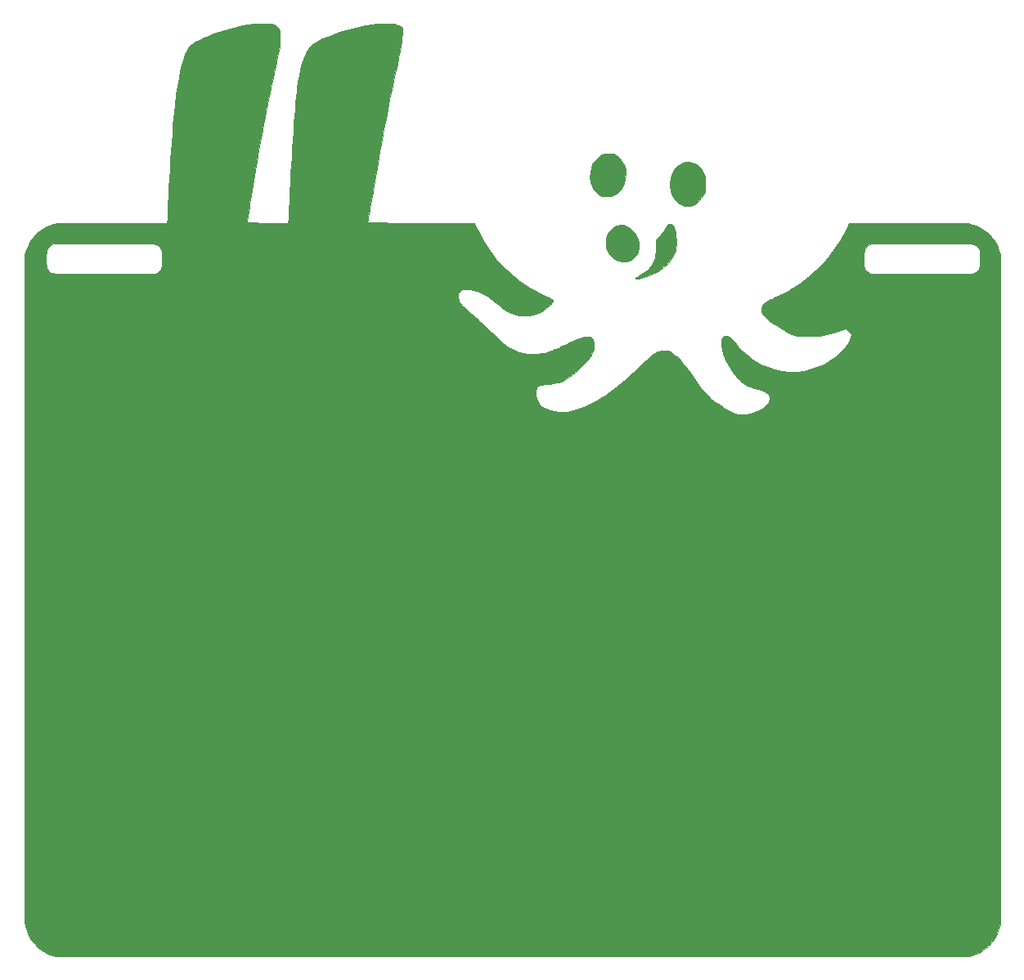
<source format=gbr>
G04 #@! TF.GenerationSoftware,KiCad,Pcbnew,(5.1.5-0-10_14)*
G04 #@! TF.CreationDate,2020-02-09T18:22:42-08:00*
G04 #@! TF.ProjectId,badge-proto,62616467-652d-4707-926f-746f2e6b6963,rev?*
G04 #@! TF.SameCoordinates,Original*
G04 #@! TF.FileFunction,Copper,L1,Top*
G04 #@! TF.FilePolarity,Positive*
%FSLAX46Y46*%
G04 Gerber Fmt 4.6, Leading zero omitted, Abs format (unit mm)*
G04 Created by KiCad (PCBNEW (5.1.5-0-10_14)) date 2020-02-09 18:22:42*
%MOMM*%
%LPD*%
G04 APERTURE LIST*
%ADD10C,0.010000*%
%ADD11C,0.467722*%
G04 APERTURE END LIST*
D10*
G36*
X-12755160Y48243205D02*
G01*
X-12467732Y48227272D01*
X-12222423Y48203714D01*
X-12037906Y48173069D01*
X-12001500Y48163810D01*
X-11740110Y48075088D01*
X-11553568Y47973261D01*
X-11432106Y47848157D01*
X-11365956Y47689603D01*
X-11345350Y47487426D01*
X-11345333Y47480444D01*
X-11356996Y47200687D01*
X-11391450Y46844353D01*
X-11447889Y46416174D01*
X-11525510Y45920885D01*
X-11623509Y45363221D01*
X-11741082Y44747916D01*
X-11877423Y44079705D01*
X-12031730Y43363321D01*
X-12086602Y43116500D01*
X-12277030Y42252210D01*
X-12468291Y41355534D01*
X-12661352Y40421361D01*
X-12857181Y39444580D01*
X-13056745Y38420081D01*
X-13261012Y37342752D01*
X-13470951Y36207484D01*
X-13687528Y35009165D01*
X-13911713Y33742685D01*
X-14144471Y32402932D01*
X-14386772Y30984798D01*
X-14411335Y30839833D01*
X-14490587Y30372256D01*
X-14566712Y29924087D01*
X-14638360Y29503214D01*
X-14704180Y29117525D01*
X-14762822Y28774906D01*
X-14812936Y28483246D01*
X-14853171Y28250431D01*
X-14882178Y28084349D01*
X-14898605Y27992888D01*
X-14899699Y27987139D01*
X-14924622Y27843889D01*
X-14940556Y27725421D01*
X-14943666Y27680222D01*
X-14941625Y27668841D01*
X-14932650Y27658609D01*
X-14912464Y27649466D01*
X-14876792Y27641351D01*
X-14821357Y27634202D01*
X-14741881Y27627959D01*
X-14634090Y27622559D01*
X-14493705Y27617942D01*
X-14316452Y27614047D01*
X-14098052Y27610813D01*
X-13834231Y27608178D01*
X-13520710Y27606081D01*
X-13153215Y27604461D01*
X-12727467Y27603257D01*
X-12239192Y27602408D01*
X-11684112Y27601852D01*
X-11057950Y27601529D01*
X-10356431Y27601376D01*
X-9575277Y27601334D01*
X-9428587Y27601333D01*
X-3913507Y27601333D01*
X-3792568Y27315583D01*
X-3580057Y26851807D01*
X-3321484Y26350290D01*
X-3030021Y25833788D01*
X-2718841Y25325056D01*
X-2401115Y24846849D01*
X-2206192Y24575099D01*
X-1566808Y23779202D01*
X-859454Y23020419D01*
X-93710Y22306488D01*
X720843Y21645151D01*
X1574627Y21044146D01*
X2458062Y20511215D01*
X3361567Y20054096D01*
X3425407Y20025096D01*
X3640524Y19925095D01*
X3839392Y19827162D01*
X4003482Y19740805D01*
X4114265Y19675535D01*
X4135263Y19660782D01*
X4277212Y19552513D01*
X4202356Y19424053D01*
X4103016Y19291478D01*
X3947026Y19128815D01*
X3750073Y18949972D01*
X3527845Y18768858D01*
X3296028Y18599381D01*
X3199730Y18535114D01*
X2712477Y18266498D01*
X2209876Y18080512D01*
X1693618Y17977612D01*
X1165393Y17958258D01*
X1088220Y17962394D01*
X765488Y17993826D01*
X466052Y18047829D01*
X178664Y18129752D01*
X-107929Y18244945D01*
X-404978Y18398759D01*
X-723734Y18596545D01*
X-1075447Y18843653D01*
X-1471370Y19145433D01*
X-1580258Y19231382D01*
X-2056385Y19598177D01*
X-2487027Y19904502D01*
X-2881268Y20154625D01*
X-3248194Y20352810D01*
X-3596888Y20503323D01*
X-3936435Y20610431D01*
X-4275920Y20678398D01*
X-4624428Y20711492D01*
X-4740740Y20715442D01*
X-4913091Y20716222D01*
X-5029671Y20705332D01*
X-5119248Y20675763D01*
X-5210589Y20620506D01*
X-5252545Y20590737D01*
X-5433899Y20425817D01*
X-5541679Y20237914D01*
X-5585736Y20007585D01*
X-5588000Y19928616D01*
X-5575405Y19747353D01*
X-5533260Y19576879D01*
X-5455028Y19408059D01*
X-5334169Y19231764D01*
X-5164145Y19038860D01*
X-4938418Y18820216D01*
X-4650448Y18566701D01*
X-4554969Y18485866D01*
X-4358946Y18320665D01*
X-4187752Y18175199D01*
X-4031823Y18040799D01*
X-3881596Y17908796D01*
X-3727507Y17770521D01*
X-3559993Y17617304D01*
X-3369490Y17440478D01*
X-3146435Y17231373D01*
X-2881263Y16981321D01*
X-2564412Y16681651D01*
X-2561166Y16678580D01*
X-2152019Y16292152D01*
X-1797699Y15959682D01*
X-1492272Y15676166D01*
X-1229801Y15436600D01*
X-1004352Y15235983D01*
X-809989Y15069311D01*
X-640777Y14931581D01*
X-490779Y14817791D01*
X-354061Y14722937D01*
X-224686Y14642017D01*
X-96720Y14570028D01*
X0Y14519846D01*
X541487Y14287813D01*
X1104763Y14128700D01*
X1699334Y14040589D01*
X2334704Y14021564D01*
X2452038Y14025243D01*
X2701260Y14038266D01*
X2932668Y14058362D01*
X3155145Y14088412D01*
X3377572Y14131297D01*
X3608834Y14189896D01*
X3857812Y14267092D01*
X4133389Y14365765D01*
X4444447Y14488796D01*
X4799870Y14639066D01*
X5208539Y14819454D01*
X5679338Y15032843D01*
X5969497Y15166016D01*
X6374029Y15349531D01*
X6713172Y15496777D01*
X6996382Y15611067D01*
X7233113Y15695714D01*
X7432821Y15754030D01*
X7604962Y15789329D01*
X7758992Y15804922D01*
X7796507Y15806144D01*
X8019979Y15792168D01*
X8185062Y15733356D01*
X8310797Y15619129D01*
X8401184Y15470102D01*
X8486213Y15204868D01*
X8500117Y14898452D01*
X8443404Y14554802D01*
X8316586Y14177867D01*
X8202216Y13927667D01*
X8110401Y13757220D01*
X8009872Y13602250D01*
X7885864Y13443351D01*
X7723611Y13261115D01*
X7580324Y13110258D01*
X7265328Y12795262D01*
X6933765Y12483913D01*
X6596569Y12185155D01*
X6264674Y11907934D01*
X5949014Y11661194D01*
X5660524Y11453882D01*
X5410138Y11294942D01*
X5270500Y11220614D01*
X5077546Y11140526D01*
X4856402Y11072929D01*
X4594276Y11015192D01*
X4278374Y10964679D01*
X3895902Y10918759D01*
X3714948Y10900461D01*
X3357090Y10861349D01*
X3074850Y10817276D01*
X2859184Y10762442D01*
X2701050Y10691047D01*
X2591403Y10597290D01*
X2521199Y10475371D01*
X2481395Y10319491D01*
X2462946Y10123848D01*
X2461707Y10096700D01*
X2474714Y9688719D01*
X2551093Y9328578D01*
X2692590Y9014718D01*
X2900951Y8745579D01*
X3177923Y8519603D01*
X3525253Y8335229D01*
X3944687Y8190899D01*
X4437970Y8085053D01*
X4765523Y8039891D01*
X5276786Y8012114D01*
X5799320Y8045398D01*
X6338786Y8141393D01*
X6900845Y8301748D01*
X7491158Y8528112D01*
X8115389Y8822133D01*
X8779197Y9185461D01*
X8859096Y9232214D01*
X9281058Y9486591D01*
X9676712Y9738559D01*
X10055594Y9995673D01*
X10427239Y10265488D01*
X10801182Y10555560D01*
X11186960Y10873443D01*
X11594107Y11226693D01*
X12032158Y11622866D01*
X12510649Y12069517D01*
X12861405Y12403454D01*
X13248470Y12772998D01*
X13581850Y13087818D01*
X13867803Y13352980D01*
X14112584Y13573555D01*
X14322453Y13754609D01*
X14503666Y13901211D01*
X14662481Y14018430D01*
X14805156Y14111334D01*
X14937947Y14184992D01*
X15067114Y14244472D01*
X15194704Y14293360D01*
X15521604Y14375646D01*
X15840649Y14386173D01*
X16158001Y14322994D01*
X16479817Y14184161D01*
X16812258Y13967727D01*
X17161484Y13671745D01*
X17161778Y13671470D01*
X17344138Y13490796D01*
X17535724Y13279963D01*
X17742605Y13031257D01*
X17970848Y12736964D01*
X18226519Y12389370D01*
X18515689Y11980761D01*
X18691821Y11726333D01*
X18877361Y11458332D01*
X19063070Y11193248D01*
X19238727Y10945436D01*
X19394113Y10729254D01*
X19519008Y10559057D01*
X19580851Y10477500D01*
X19880822Y10123039D01*
X20232810Y9760762D01*
X20624082Y9400366D01*
X21041904Y9051546D01*
X21473542Y8723997D01*
X21906262Y8427417D01*
X22327331Y8171499D01*
X22724016Y7965941D01*
X23059930Y7828451D01*
X23423854Y7743267D01*
X23828158Y7718444D01*
X24257799Y7750337D01*
X24697734Y7835302D01*
X25132922Y7969692D01*
X25548319Y8149863D01*
X25928884Y8372168D01*
X26215586Y8593163D01*
X26421759Y8808583D01*
X26573479Y9037059D01*
X26664670Y9265036D01*
X26689256Y9478962D01*
X26667558Y9601217D01*
X26608950Y9742837D01*
X26524696Y9863714D01*
X26404813Y9969984D01*
X26239322Y10067785D01*
X26018241Y10163254D01*
X25731588Y10262528D01*
X25454755Y10346933D01*
X25048785Y10471317D01*
X24711281Y10588707D01*
X24427372Y10707054D01*
X24182187Y10834307D01*
X23960853Y10978416D01*
X23748500Y11147331D01*
X23530256Y11349002D01*
X23471253Y11407243D01*
X23131963Y11779806D01*
X22812875Y12196018D01*
X22520225Y12643180D01*
X22260249Y13108593D01*
X22039183Y13579558D01*
X21863265Y14043374D01*
X21738729Y14487341D01*
X21671813Y14898762D01*
X21661882Y15091833D01*
X21684348Y15377543D01*
X21754633Y15602402D01*
X21870174Y15762490D01*
X22028408Y15853887D01*
X22174073Y15875000D01*
X22312098Y15855696D01*
X22455187Y15793321D01*
X22612078Y15681183D01*
X22791511Y15512588D01*
X23002226Y15280843D01*
X23099454Y15166303D01*
X23477598Y14730223D01*
X23834589Y14354984D01*
X24186885Y14025576D01*
X24550946Y13726987D01*
X24943232Y13444206D01*
X25107425Y13334966D01*
X25784412Y12940979D01*
X26486071Y12624442D01*
X27207043Y12387000D01*
X27941968Y12230295D01*
X28685484Y12155970D01*
X28973914Y12149667D01*
X29589627Y12178069D01*
X30205499Y12265268D01*
X30835757Y12414250D01*
X31494626Y12628001D01*
X31792334Y12741386D01*
X32268163Y12945190D01*
X32682804Y13158693D01*
X33059577Y13396823D01*
X33421799Y13674508D01*
X33792788Y14006676D01*
X33841235Y14053055D01*
X34217023Y14436504D01*
X34533168Y14804130D01*
X34785817Y15150573D01*
X34971115Y15470472D01*
X35085208Y15758465D01*
X35095815Y15798070D01*
X35122127Y15929110D01*
X35115745Y16024126D01*
X35071288Y16127230D01*
X35051223Y16163667D01*
X34962420Y16285349D01*
X34836747Y16415865D01*
X34753720Y16486173D01*
X34550279Y16641319D01*
X33562890Y16340838D01*
X33161832Y16219286D01*
X32828034Y16120315D01*
X32547879Y16041458D01*
X32307751Y15980248D01*
X32094031Y15934218D01*
X31893103Y15900902D01*
X31691351Y15877832D01*
X31475157Y15862541D01*
X31230904Y15852563D01*
X30944976Y15845431D01*
X30813674Y15842779D01*
X30377681Y15837444D01*
X30019500Y15840044D01*
X29741176Y15850532D01*
X29544755Y15868861D01*
X29518770Y15872902D01*
X29249610Y15942538D01*
X28928707Y16067279D01*
X28564404Y16242583D01*
X28165044Y16463903D01*
X27738969Y16726696D01*
X27294521Y17026416D01*
X26967638Y17262669D01*
X26635285Y17516338D01*
X26369972Y17735487D01*
X26165331Y17927783D01*
X26014992Y18100890D01*
X25912586Y18262473D01*
X25851744Y18420196D01*
X25826097Y18581724D01*
X25824263Y18638610D01*
X25835265Y18811358D01*
X25875318Y18961752D01*
X25952425Y19097642D01*
X26074587Y19226876D01*
X26249807Y19357304D01*
X26486086Y19496773D01*
X26791428Y19653132D01*
X26923588Y19716875D01*
X27311484Y19902139D01*
X27633671Y20057117D01*
X27901117Y20187423D01*
X28124793Y20298669D01*
X28315669Y20396469D01*
X28484713Y20486435D01*
X28642895Y20574181D01*
X28801186Y20665320D01*
X28956669Y20757186D01*
X29817871Y21316348D01*
X30645967Y21945454D01*
X31434328Y22637057D01*
X32176326Y23383712D01*
X32518765Y23778463D01*
X36408838Y23778463D01*
X36411542Y23527065D01*
X36423350Y23306885D01*
X36443590Y23144565D01*
X36533892Y22859966D01*
X36687852Y22628041D01*
X36901920Y22453731D01*
X36964442Y22419720D01*
X37185291Y22309667D01*
X42436895Y22310597D01*
X43213855Y22310779D01*
X43910671Y22311082D01*
X44531864Y22311568D01*
X45081958Y22312304D01*
X45565473Y22313355D01*
X45986933Y22314785D01*
X46350860Y22316661D01*
X46661776Y22319046D01*
X46924203Y22322006D01*
X47142663Y22325607D01*
X47321679Y22329913D01*
X47465773Y22334989D01*
X47579466Y22340901D01*
X47667282Y22347713D01*
X47733743Y22355491D01*
X47783370Y22364300D01*
X47820686Y22374205D01*
X47850214Y22385271D01*
X47857834Y22388647D01*
X48031916Y22499418D01*
X48196431Y22657980D01*
X48326329Y22836688D01*
X48387959Y22973785D01*
X48407200Y23090932D01*
X48419575Y23288273D01*
X48424939Y23561603D01*
X48423147Y23906719D01*
X48422197Y23967736D01*
X48408167Y24800305D01*
X48279594Y24983110D01*
X48078177Y25204520D01*
X47838353Y25354515D01*
X47706896Y25400746D01*
X47636375Y25407946D01*
X47481895Y25414296D01*
X47244157Y25419794D01*
X46923866Y25424435D01*
X46521722Y25428215D01*
X46038430Y25431130D01*
X45474691Y25433175D01*
X44831208Y25434347D01*
X44108685Y25434641D01*
X43307823Y25434054D01*
X42429326Y25432580D01*
X42347540Y25432406D01*
X37147500Y25421167D01*
X36978167Y25329794D01*
X36734389Y25154020D01*
X36556021Y24926796D01*
X36506611Y24828500D01*
X36474624Y24710391D01*
X36448132Y24527041D01*
X36427855Y24297742D01*
X36414517Y24041785D01*
X36408838Y23778463D01*
X32518765Y23778463D01*
X32865333Y24177972D01*
X33494722Y25012390D01*
X34057865Y25879520D01*
X34548132Y26771915D01*
X34814010Y27337845D01*
X34930731Y27603523D01*
X41055615Y27590350D01*
X41901552Y27588473D01*
X42667029Y27586622D01*
X43356254Y27584742D01*
X43973432Y27582775D01*
X44522772Y27580667D01*
X45008479Y27578360D01*
X45434761Y27575798D01*
X45805825Y27572926D01*
X46125878Y27569686D01*
X46399126Y27566024D01*
X46629777Y27561882D01*
X46822038Y27557205D01*
X46980114Y27551937D01*
X47108214Y27546020D01*
X47210544Y27539400D01*
X47291311Y27532020D01*
X47354723Y27523823D01*
X47404985Y27514754D01*
X47445315Y27505026D01*
X48019738Y27312464D01*
X48536167Y27062177D01*
X49002205Y26749968D01*
X49333031Y26463258D01*
X49709443Y26048731D01*
X50019480Y25591008D01*
X50268453Y25081341D01*
X50408132Y24692539D01*
X50524834Y24320500D01*
X50524834Y-45106167D01*
X50426793Y-45466000D01*
X50236377Y-46007595D01*
X49973439Y-46511600D01*
X49644062Y-46971888D01*
X49254326Y-47382332D01*
X48810314Y-47736804D01*
X48318108Y-48029177D01*
X47783788Y-48253325D01*
X47603834Y-48309954D01*
X47265167Y-48408167D01*
X148167Y-48415442D01*
X-2296620Y-48415808D01*
X-4658127Y-48416137D01*
X-6937739Y-48416426D01*
X-9136843Y-48416676D01*
X-11256824Y-48416884D01*
X-13299069Y-48417048D01*
X-15264963Y-48417167D01*
X-17155893Y-48417241D01*
X-18973245Y-48417266D01*
X-20718404Y-48417242D01*
X-22392758Y-48417168D01*
X-23997691Y-48417041D01*
X-25534590Y-48416860D01*
X-27004841Y-48416623D01*
X-28409830Y-48416330D01*
X-29750943Y-48415979D01*
X-31029566Y-48415568D01*
X-32247086Y-48415095D01*
X-33404887Y-48414560D01*
X-34504357Y-48413960D01*
X-35546881Y-48413294D01*
X-36533846Y-48412561D01*
X-37466636Y-48411759D01*
X-38346640Y-48410886D01*
X-39175241Y-48409942D01*
X-39953827Y-48408924D01*
X-40683784Y-48407832D01*
X-41366498Y-48406663D01*
X-42003354Y-48405416D01*
X-42595739Y-48404090D01*
X-43145038Y-48402682D01*
X-43652638Y-48401193D01*
X-44119926Y-48399619D01*
X-44548286Y-48397960D01*
X-44939105Y-48396214D01*
X-45293769Y-48394380D01*
X-45613664Y-48392455D01*
X-45900176Y-48390439D01*
X-46154692Y-48388331D01*
X-46378596Y-48386127D01*
X-46573276Y-48383828D01*
X-46740117Y-48381431D01*
X-46880505Y-48378936D01*
X-46995827Y-48376340D01*
X-47087468Y-48373641D01*
X-47156815Y-48370840D01*
X-47205253Y-48367933D01*
X-47234169Y-48364920D01*
X-47239217Y-48364001D01*
X-47792854Y-48208703D01*
X-48294135Y-47992005D01*
X-48754336Y-47707517D01*
X-49184731Y-47348848D01*
X-49384455Y-47148023D01*
X-49737451Y-46722791D01*
X-50014685Y-46273705D01*
X-50223039Y-45787401D01*
X-50369394Y-45250518D01*
X-50374495Y-45225634D01*
X-50461693Y-44794768D01*
X-50450930Y-10279467D01*
X-50440355Y23629880D01*
X-48214413Y23629880D01*
X-48211897Y23370720D01*
X-48200642Y23170245D01*
X-48178312Y23015514D01*
X-48142567Y22893585D01*
X-48091069Y22791516D01*
X-48021481Y22696366D01*
X-47971762Y22639085D01*
X-47931247Y22591529D01*
X-47896961Y22548785D01*
X-47864428Y22510597D01*
X-47829172Y22476710D01*
X-47786716Y22446867D01*
X-47732583Y22420813D01*
X-47662298Y22398291D01*
X-47571383Y22379047D01*
X-47455362Y22362823D01*
X-47309759Y22349364D01*
X-47130097Y22338414D01*
X-46911900Y22329718D01*
X-46650691Y22323019D01*
X-46341994Y22318061D01*
X-45981332Y22314589D01*
X-45564228Y22312347D01*
X-45086207Y22311079D01*
X-44542791Y22310528D01*
X-43929505Y22310439D01*
X-43241872Y22310557D01*
X-42475414Y22310625D01*
X-42225228Y22310597D01*
X-36973624Y22309667D01*
X-36755030Y22418597D01*
X-36521967Y22579822D01*
X-36349690Y22797915D01*
X-36243704Y23065613D01*
X-36234874Y23104678D01*
X-36215894Y23251609D01*
X-36203930Y23466800D01*
X-36199546Y23734088D01*
X-36202869Y24019495D01*
X-36210355Y24283147D01*
X-36219617Y24477870D01*
X-36232649Y24619401D01*
X-36251445Y24723478D01*
X-36277998Y24805837D01*
X-36311470Y24876868D01*
X-36464844Y25092367D01*
X-36667159Y25265967D01*
X-36895338Y25379400D01*
X-36973098Y25400669D01*
X-37040760Y25408359D01*
X-37169278Y25415118D01*
X-37360798Y25420960D01*
X-37617466Y25425896D01*
X-37941429Y25429942D01*
X-38334832Y25433109D01*
X-38799821Y25435413D01*
X-39338543Y25436865D01*
X-39953143Y25437480D01*
X-40645767Y25437270D01*
X-41418563Y25436249D01*
X-42273674Y25434431D01*
X-42357833Y25434221D01*
X-47525832Y25421167D01*
X-47733478Y25292781D01*
X-47879493Y25181476D01*
X-48016151Y25043556D01*
X-48068812Y24975281D01*
X-48196500Y24786167D01*
X-48210530Y23960667D01*
X-48214413Y23629880D01*
X-50440355Y23629880D01*
X-50440166Y24235833D01*
X-50347770Y24559532D01*
X-50141877Y25139859D01*
X-49871973Y25666981D01*
X-49540777Y26138158D01*
X-49151007Y26550649D01*
X-48705380Y26901714D01*
X-48206616Y27188612D01*
X-47657432Y27408604D01*
X-47464464Y27466364D01*
X-47053500Y27579612D01*
X-41373952Y27591647D01*
X-35694405Y27603681D01*
X-35670685Y27951757D01*
X-35662493Y28089914D01*
X-35651828Y28296887D01*
X-35639426Y28556888D01*
X-35626021Y28854129D01*
X-35612348Y29172819D01*
X-35601301Y29442833D01*
X-35563618Y30320277D01*
X-35519613Y31229430D01*
X-35470010Y32159853D01*
X-35415531Y33101106D01*
X-35356897Y34042749D01*
X-35294830Y34974344D01*
X-35230053Y35885451D01*
X-35163287Y36765631D01*
X-35095254Y37604444D01*
X-35026678Y38391452D01*
X-34958278Y39116213D01*
X-34890779Y39768290D01*
X-34881037Y39856833D01*
X-34763603Y40823269D01*
X-34633944Y41712452D01*
X-34490777Y42531090D01*
X-34332814Y43285888D01*
X-34158773Y43983551D01*
X-33967366Y44630786D01*
X-33964242Y44640500D01*
X-33822485Y45047628D01*
X-33683117Y45378244D01*
X-33542164Y45640265D01*
X-33395653Y45841605D01*
X-33322760Y45918469D01*
X-33075393Y46122002D01*
X-32752538Y46333226D01*
X-32362644Y46548765D01*
X-31914165Y46765244D01*
X-31415551Y46979287D01*
X-30875255Y47187521D01*
X-30301727Y47386569D01*
X-29703419Y47573056D01*
X-29088782Y47743607D01*
X-28466268Y47894848D01*
X-28261247Y47939796D01*
X-27828453Y48029588D01*
X-27458555Y48099829D01*
X-27132639Y48152766D01*
X-26831787Y48190647D01*
X-26537086Y48215720D01*
X-26229618Y48230234D01*
X-25890470Y48236435D01*
X-25759833Y48237060D01*
X-25403310Y48234902D01*
X-25118887Y48224966D01*
X-24894149Y48204548D01*
X-24716681Y48170948D01*
X-24574069Y48121462D01*
X-24453898Y48053389D01*
X-24343754Y47964027D01*
X-24296572Y47918572D01*
X-24182001Y47780576D01*
X-24099303Y47620362D01*
X-24044546Y47423137D01*
X-24013796Y47174109D01*
X-24003119Y46858483D01*
X-24003000Y46814439D01*
X-24007034Y46584705D01*
X-24019938Y46344172D01*
X-24042914Y46085955D01*
X-24077165Y45803170D01*
X-24123892Y45488931D01*
X-24184299Y45136355D01*
X-24259587Y44738556D01*
X-24350959Y44288649D01*
X-24459616Y43779750D01*
X-24586763Y43204974D01*
X-24733600Y42557436D01*
X-24787216Y42323854D01*
X-24933247Y41682673D01*
X-25071282Y41061991D01*
X-25203513Y40450792D01*
X-25332130Y39838063D01*
X-25459322Y39212786D01*
X-25587280Y38563949D01*
X-25718194Y37880535D01*
X-25854255Y37151529D01*
X-25997652Y36365918D01*
X-26150576Y35512684D01*
X-26224745Y35094333D01*
X-26282678Y34763158D01*
X-26347842Y34384609D01*
X-26419071Y33965875D01*
X-26495199Y33514141D01*
X-26575059Y33036593D01*
X-26657485Y32540419D01*
X-26741309Y32032804D01*
X-26825366Y31520936D01*
X-26908489Y31011999D01*
X-26989511Y30513182D01*
X-27067266Y30031670D01*
X-27140587Y29574649D01*
X-27208307Y29149307D01*
X-27269260Y28762829D01*
X-27322280Y28422402D01*
X-27366199Y28135213D01*
X-27399852Y27908447D01*
X-27422071Y27749291D01*
X-27431690Y27664932D01*
X-27432000Y27657366D01*
X-27418696Y27644420D01*
X-27374688Y27633537D01*
X-27293832Y27624555D01*
X-27169982Y27617312D01*
X-26996994Y27611648D01*
X-26768723Y27607400D01*
X-26479024Y27604408D01*
X-26121753Y27602509D01*
X-25690764Y27601543D01*
X-25298661Y27601333D01*
X-23165322Y27601333D01*
X-23140495Y27971750D01*
X-23128561Y28166615D01*
X-23115132Y28412586D01*
X-23101966Y28676168D01*
X-23092148Y28892500D01*
X-23050946Y29818739D01*
X-23006289Y30752480D01*
X-22958560Y31688406D01*
X-22908140Y32621198D01*
X-22855411Y33545535D01*
X-22800754Y34456100D01*
X-22744551Y35347574D01*
X-22687184Y36214636D01*
X-22629034Y37051970D01*
X-22570482Y37854254D01*
X-22511911Y38616172D01*
X-22453701Y39332403D01*
X-22396235Y39997629D01*
X-22339894Y40606530D01*
X-22285060Y41153788D01*
X-22232114Y41634084D01*
X-22181438Y42042099D01*
X-22133413Y42372514D01*
X-22118781Y42460333D01*
X-22031911Y42901898D01*
X-21921754Y43367294D01*
X-21794218Y43836575D01*
X-21655214Y44289797D01*
X-21510650Y44707013D01*
X-21366436Y45068279D01*
X-21307792Y45197682D01*
X-21087174Y45567191D01*
X-20792294Y45899834D01*
X-20468166Y46165098D01*
X-20074423Y46416356D01*
X-19606544Y46664955D01*
X-19075058Y46907574D01*
X-18490492Y47140893D01*
X-17863375Y47361592D01*
X-17204236Y47566351D01*
X-16523602Y47751849D01*
X-15832002Y47914766D01*
X-15139964Y48051781D01*
X-14458017Y48159574D01*
X-13952579Y48219949D01*
X-13683416Y48239886D01*
X-13381676Y48250050D01*
X-13066032Y48250977D01*
X-12755160Y48243205D01*
G37*
X-12755160Y48243205D02*
X-12467732Y48227272D01*
X-12222423Y48203714D01*
X-12037906Y48173069D01*
X-12001500Y48163810D01*
X-11740110Y48075088D01*
X-11553568Y47973261D01*
X-11432106Y47848157D01*
X-11365956Y47689603D01*
X-11345350Y47487426D01*
X-11345333Y47480444D01*
X-11356996Y47200687D01*
X-11391450Y46844353D01*
X-11447889Y46416174D01*
X-11525510Y45920885D01*
X-11623509Y45363221D01*
X-11741082Y44747916D01*
X-11877423Y44079705D01*
X-12031730Y43363321D01*
X-12086602Y43116500D01*
X-12277030Y42252210D01*
X-12468291Y41355534D01*
X-12661352Y40421361D01*
X-12857181Y39444580D01*
X-13056745Y38420081D01*
X-13261012Y37342752D01*
X-13470951Y36207484D01*
X-13687528Y35009165D01*
X-13911713Y33742685D01*
X-14144471Y32402932D01*
X-14386772Y30984798D01*
X-14411335Y30839833D01*
X-14490587Y30372256D01*
X-14566712Y29924087D01*
X-14638360Y29503214D01*
X-14704180Y29117525D01*
X-14762822Y28774906D01*
X-14812936Y28483246D01*
X-14853171Y28250431D01*
X-14882178Y28084349D01*
X-14898605Y27992888D01*
X-14899699Y27987139D01*
X-14924622Y27843889D01*
X-14940556Y27725421D01*
X-14943666Y27680222D01*
X-14941625Y27668841D01*
X-14932650Y27658609D01*
X-14912464Y27649466D01*
X-14876792Y27641351D01*
X-14821357Y27634202D01*
X-14741881Y27627959D01*
X-14634090Y27622559D01*
X-14493705Y27617942D01*
X-14316452Y27614047D01*
X-14098052Y27610813D01*
X-13834231Y27608178D01*
X-13520710Y27606081D01*
X-13153215Y27604461D01*
X-12727467Y27603257D01*
X-12239192Y27602408D01*
X-11684112Y27601852D01*
X-11057950Y27601529D01*
X-10356431Y27601376D01*
X-9575277Y27601334D01*
X-9428587Y27601333D01*
X-3913507Y27601333D01*
X-3792568Y27315583D01*
X-3580057Y26851807D01*
X-3321484Y26350290D01*
X-3030021Y25833788D01*
X-2718841Y25325056D01*
X-2401115Y24846849D01*
X-2206192Y24575099D01*
X-1566808Y23779202D01*
X-859454Y23020419D01*
X-93710Y22306488D01*
X720843Y21645151D01*
X1574627Y21044146D01*
X2458062Y20511215D01*
X3361567Y20054096D01*
X3425407Y20025096D01*
X3640524Y19925095D01*
X3839392Y19827162D01*
X4003482Y19740805D01*
X4114265Y19675535D01*
X4135263Y19660782D01*
X4277212Y19552513D01*
X4202356Y19424053D01*
X4103016Y19291478D01*
X3947026Y19128815D01*
X3750073Y18949972D01*
X3527845Y18768858D01*
X3296028Y18599381D01*
X3199730Y18535114D01*
X2712477Y18266498D01*
X2209876Y18080512D01*
X1693618Y17977612D01*
X1165393Y17958258D01*
X1088220Y17962394D01*
X765488Y17993826D01*
X466052Y18047829D01*
X178664Y18129752D01*
X-107929Y18244945D01*
X-404978Y18398759D01*
X-723734Y18596545D01*
X-1075447Y18843653D01*
X-1471370Y19145433D01*
X-1580258Y19231382D01*
X-2056385Y19598177D01*
X-2487027Y19904502D01*
X-2881268Y20154625D01*
X-3248194Y20352810D01*
X-3596888Y20503323D01*
X-3936435Y20610431D01*
X-4275920Y20678398D01*
X-4624428Y20711492D01*
X-4740740Y20715442D01*
X-4913091Y20716222D01*
X-5029671Y20705332D01*
X-5119248Y20675763D01*
X-5210589Y20620506D01*
X-5252545Y20590737D01*
X-5433899Y20425817D01*
X-5541679Y20237914D01*
X-5585736Y20007585D01*
X-5588000Y19928616D01*
X-5575405Y19747353D01*
X-5533260Y19576879D01*
X-5455028Y19408059D01*
X-5334169Y19231764D01*
X-5164145Y19038860D01*
X-4938418Y18820216D01*
X-4650448Y18566701D01*
X-4554969Y18485866D01*
X-4358946Y18320665D01*
X-4187752Y18175199D01*
X-4031823Y18040799D01*
X-3881596Y17908796D01*
X-3727507Y17770521D01*
X-3559993Y17617304D01*
X-3369490Y17440478D01*
X-3146435Y17231373D01*
X-2881263Y16981321D01*
X-2564412Y16681651D01*
X-2561166Y16678580D01*
X-2152019Y16292152D01*
X-1797699Y15959682D01*
X-1492272Y15676166D01*
X-1229801Y15436600D01*
X-1004352Y15235983D01*
X-809989Y15069311D01*
X-640777Y14931581D01*
X-490779Y14817791D01*
X-354061Y14722937D01*
X-224686Y14642017D01*
X-96720Y14570028D01*
X0Y14519846D01*
X541487Y14287813D01*
X1104763Y14128700D01*
X1699334Y14040589D01*
X2334704Y14021564D01*
X2452038Y14025243D01*
X2701260Y14038266D01*
X2932668Y14058362D01*
X3155145Y14088412D01*
X3377572Y14131297D01*
X3608834Y14189896D01*
X3857812Y14267092D01*
X4133389Y14365765D01*
X4444447Y14488796D01*
X4799870Y14639066D01*
X5208539Y14819454D01*
X5679338Y15032843D01*
X5969497Y15166016D01*
X6374029Y15349531D01*
X6713172Y15496777D01*
X6996382Y15611067D01*
X7233113Y15695714D01*
X7432821Y15754030D01*
X7604962Y15789329D01*
X7758992Y15804922D01*
X7796507Y15806144D01*
X8019979Y15792168D01*
X8185062Y15733356D01*
X8310797Y15619129D01*
X8401184Y15470102D01*
X8486213Y15204868D01*
X8500117Y14898452D01*
X8443404Y14554802D01*
X8316586Y14177867D01*
X8202216Y13927667D01*
X8110401Y13757220D01*
X8009872Y13602250D01*
X7885864Y13443351D01*
X7723611Y13261115D01*
X7580324Y13110258D01*
X7265328Y12795262D01*
X6933765Y12483913D01*
X6596569Y12185155D01*
X6264674Y11907934D01*
X5949014Y11661194D01*
X5660524Y11453882D01*
X5410138Y11294942D01*
X5270500Y11220614D01*
X5077546Y11140526D01*
X4856402Y11072929D01*
X4594276Y11015192D01*
X4278374Y10964679D01*
X3895902Y10918759D01*
X3714948Y10900461D01*
X3357090Y10861349D01*
X3074850Y10817276D01*
X2859184Y10762442D01*
X2701050Y10691047D01*
X2591403Y10597290D01*
X2521199Y10475371D01*
X2481395Y10319491D01*
X2462946Y10123848D01*
X2461707Y10096700D01*
X2474714Y9688719D01*
X2551093Y9328578D01*
X2692590Y9014718D01*
X2900951Y8745579D01*
X3177923Y8519603D01*
X3525253Y8335229D01*
X3944687Y8190899D01*
X4437970Y8085053D01*
X4765523Y8039891D01*
X5276786Y8012114D01*
X5799320Y8045398D01*
X6338786Y8141393D01*
X6900845Y8301748D01*
X7491158Y8528112D01*
X8115389Y8822133D01*
X8779197Y9185461D01*
X8859096Y9232214D01*
X9281058Y9486591D01*
X9676712Y9738559D01*
X10055594Y9995673D01*
X10427239Y10265488D01*
X10801182Y10555560D01*
X11186960Y10873443D01*
X11594107Y11226693D01*
X12032158Y11622866D01*
X12510649Y12069517D01*
X12861405Y12403454D01*
X13248470Y12772998D01*
X13581850Y13087818D01*
X13867803Y13352980D01*
X14112584Y13573555D01*
X14322453Y13754609D01*
X14503666Y13901211D01*
X14662481Y14018430D01*
X14805156Y14111334D01*
X14937947Y14184992D01*
X15067114Y14244472D01*
X15194704Y14293360D01*
X15521604Y14375646D01*
X15840649Y14386173D01*
X16158001Y14322994D01*
X16479817Y14184161D01*
X16812258Y13967727D01*
X17161484Y13671745D01*
X17161778Y13671470D01*
X17344138Y13490796D01*
X17535724Y13279963D01*
X17742605Y13031257D01*
X17970848Y12736964D01*
X18226519Y12389370D01*
X18515689Y11980761D01*
X18691821Y11726333D01*
X18877361Y11458332D01*
X19063070Y11193248D01*
X19238727Y10945436D01*
X19394113Y10729254D01*
X19519008Y10559057D01*
X19580851Y10477500D01*
X19880822Y10123039D01*
X20232810Y9760762D01*
X20624082Y9400366D01*
X21041904Y9051546D01*
X21473542Y8723997D01*
X21906262Y8427417D01*
X22327331Y8171499D01*
X22724016Y7965941D01*
X23059930Y7828451D01*
X23423854Y7743267D01*
X23828158Y7718444D01*
X24257799Y7750337D01*
X24697734Y7835302D01*
X25132922Y7969692D01*
X25548319Y8149863D01*
X25928884Y8372168D01*
X26215586Y8593163D01*
X26421759Y8808583D01*
X26573479Y9037059D01*
X26664670Y9265036D01*
X26689256Y9478962D01*
X26667558Y9601217D01*
X26608950Y9742837D01*
X26524696Y9863714D01*
X26404813Y9969984D01*
X26239322Y10067785D01*
X26018241Y10163254D01*
X25731588Y10262528D01*
X25454755Y10346933D01*
X25048785Y10471317D01*
X24711281Y10588707D01*
X24427372Y10707054D01*
X24182187Y10834307D01*
X23960853Y10978416D01*
X23748500Y11147331D01*
X23530256Y11349002D01*
X23471253Y11407243D01*
X23131963Y11779806D01*
X22812875Y12196018D01*
X22520225Y12643180D01*
X22260249Y13108593D01*
X22039183Y13579558D01*
X21863265Y14043374D01*
X21738729Y14487341D01*
X21671813Y14898762D01*
X21661882Y15091833D01*
X21684348Y15377543D01*
X21754633Y15602402D01*
X21870174Y15762490D01*
X22028408Y15853887D01*
X22174073Y15875000D01*
X22312098Y15855696D01*
X22455187Y15793321D01*
X22612078Y15681183D01*
X22791511Y15512588D01*
X23002226Y15280843D01*
X23099454Y15166303D01*
X23477598Y14730223D01*
X23834589Y14354984D01*
X24186885Y14025576D01*
X24550946Y13726987D01*
X24943232Y13444206D01*
X25107425Y13334966D01*
X25784412Y12940979D01*
X26486071Y12624442D01*
X27207043Y12387000D01*
X27941968Y12230295D01*
X28685484Y12155970D01*
X28973914Y12149667D01*
X29589627Y12178069D01*
X30205499Y12265268D01*
X30835757Y12414250D01*
X31494626Y12628001D01*
X31792334Y12741386D01*
X32268163Y12945190D01*
X32682804Y13158693D01*
X33059577Y13396823D01*
X33421799Y13674508D01*
X33792788Y14006676D01*
X33841235Y14053055D01*
X34217023Y14436504D01*
X34533168Y14804130D01*
X34785817Y15150573D01*
X34971115Y15470472D01*
X35085208Y15758465D01*
X35095815Y15798070D01*
X35122127Y15929110D01*
X35115745Y16024126D01*
X35071288Y16127230D01*
X35051223Y16163667D01*
X34962420Y16285349D01*
X34836747Y16415865D01*
X34753720Y16486173D01*
X34550279Y16641319D01*
X33562890Y16340838D01*
X33161832Y16219286D01*
X32828034Y16120315D01*
X32547879Y16041458D01*
X32307751Y15980248D01*
X32094031Y15934218D01*
X31893103Y15900902D01*
X31691351Y15877832D01*
X31475157Y15862541D01*
X31230904Y15852563D01*
X30944976Y15845431D01*
X30813674Y15842779D01*
X30377681Y15837444D01*
X30019500Y15840044D01*
X29741176Y15850532D01*
X29544755Y15868861D01*
X29518770Y15872902D01*
X29249610Y15942538D01*
X28928707Y16067279D01*
X28564404Y16242583D01*
X28165044Y16463903D01*
X27738969Y16726696D01*
X27294521Y17026416D01*
X26967638Y17262669D01*
X26635285Y17516338D01*
X26369972Y17735487D01*
X26165331Y17927783D01*
X26014992Y18100890D01*
X25912586Y18262473D01*
X25851744Y18420196D01*
X25826097Y18581724D01*
X25824263Y18638610D01*
X25835265Y18811358D01*
X25875318Y18961752D01*
X25952425Y19097642D01*
X26074587Y19226876D01*
X26249807Y19357304D01*
X26486086Y19496773D01*
X26791428Y19653132D01*
X26923588Y19716875D01*
X27311484Y19902139D01*
X27633671Y20057117D01*
X27901117Y20187423D01*
X28124793Y20298669D01*
X28315669Y20396469D01*
X28484713Y20486435D01*
X28642895Y20574181D01*
X28801186Y20665320D01*
X28956669Y20757186D01*
X29817871Y21316348D01*
X30645967Y21945454D01*
X31434328Y22637057D01*
X32176326Y23383712D01*
X32518765Y23778463D01*
X36408838Y23778463D01*
X36411542Y23527065D01*
X36423350Y23306885D01*
X36443590Y23144565D01*
X36533892Y22859966D01*
X36687852Y22628041D01*
X36901920Y22453731D01*
X36964442Y22419720D01*
X37185291Y22309667D01*
X42436895Y22310597D01*
X43213855Y22310779D01*
X43910671Y22311082D01*
X44531864Y22311568D01*
X45081958Y22312304D01*
X45565473Y22313355D01*
X45986933Y22314785D01*
X46350860Y22316661D01*
X46661776Y22319046D01*
X46924203Y22322006D01*
X47142663Y22325607D01*
X47321679Y22329913D01*
X47465773Y22334989D01*
X47579466Y22340901D01*
X47667282Y22347713D01*
X47733743Y22355491D01*
X47783370Y22364300D01*
X47820686Y22374205D01*
X47850214Y22385271D01*
X47857834Y22388647D01*
X48031916Y22499418D01*
X48196431Y22657980D01*
X48326329Y22836688D01*
X48387959Y22973785D01*
X48407200Y23090932D01*
X48419575Y23288273D01*
X48424939Y23561603D01*
X48423147Y23906719D01*
X48422197Y23967736D01*
X48408167Y24800305D01*
X48279594Y24983110D01*
X48078177Y25204520D01*
X47838353Y25354515D01*
X47706896Y25400746D01*
X47636375Y25407946D01*
X47481895Y25414296D01*
X47244157Y25419794D01*
X46923866Y25424435D01*
X46521722Y25428215D01*
X46038430Y25431130D01*
X45474691Y25433175D01*
X44831208Y25434347D01*
X44108685Y25434641D01*
X43307823Y25434054D01*
X42429326Y25432580D01*
X42347540Y25432406D01*
X37147500Y25421167D01*
X36978167Y25329794D01*
X36734389Y25154020D01*
X36556021Y24926796D01*
X36506611Y24828500D01*
X36474624Y24710391D01*
X36448132Y24527041D01*
X36427855Y24297742D01*
X36414517Y24041785D01*
X36408838Y23778463D01*
X32518765Y23778463D01*
X32865333Y24177972D01*
X33494722Y25012390D01*
X34057865Y25879520D01*
X34548132Y26771915D01*
X34814010Y27337845D01*
X34930731Y27603523D01*
X41055615Y27590350D01*
X41901552Y27588473D01*
X42667029Y27586622D01*
X43356254Y27584742D01*
X43973432Y27582775D01*
X44522772Y27580667D01*
X45008479Y27578360D01*
X45434761Y27575798D01*
X45805825Y27572926D01*
X46125878Y27569686D01*
X46399126Y27566024D01*
X46629777Y27561882D01*
X46822038Y27557205D01*
X46980114Y27551937D01*
X47108214Y27546020D01*
X47210544Y27539400D01*
X47291311Y27532020D01*
X47354723Y27523823D01*
X47404985Y27514754D01*
X47445315Y27505026D01*
X48019738Y27312464D01*
X48536167Y27062177D01*
X49002205Y26749968D01*
X49333031Y26463258D01*
X49709443Y26048731D01*
X50019480Y25591008D01*
X50268453Y25081341D01*
X50408132Y24692539D01*
X50524834Y24320500D01*
X50524834Y-45106167D01*
X50426793Y-45466000D01*
X50236377Y-46007595D01*
X49973439Y-46511600D01*
X49644062Y-46971888D01*
X49254326Y-47382332D01*
X48810314Y-47736804D01*
X48318108Y-48029177D01*
X47783788Y-48253325D01*
X47603834Y-48309954D01*
X47265167Y-48408167D01*
X148167Y-48415442D01*
X-2296620Y-48415808D01*
X-4658127Y-48416137D01*
X-6937739Y-48416426D01*
X-9136843Y-48416676D01*
X-11256824Y-48416884D01*
X-13299069Y-48417048D01*
X-15264963Y-48417167D01*
X-17155893Y-48417241D01*
X-18973245Y-48417266D01*
X-20718404Y-48417242D01*
X-22392758Y-48417168D01*
X-23997691Y-48417041D01*
X-25534590Y-48416860D01*
X-27004841Y-48416623D01*
X-28409830Y-48416330D01*
X-29750943Y-48415979D01*
X-31029566Y-48415568D01*
X-32247086Y-48415095D01*
X-33404887Y-48414560D01*
X-34504357Y-48413960D01*
X-35546881Y-48413294D01*
X-36533846Y-48412561D01*
X-37466636Y-48411759D01*
X-38346640Y-48410886D01*
X-39175241Y-48409942D01*
X-39953827Y-48408924D01*
X-40683784Y-48407832D01*
X-41366498Y-48406663D01*
X-42003354Y-48405416D01*
X-42595739Y-48404090D01*
X-43145038Y-48402682D01*
X-43652638Y-48401193D01*
X-44119926Y-48399619D01*
X-44548286Y-48397960D01*
X-44939105Y-48396214D01*
X-45293769Y-48394380D01*
X-45613664Y-48392455D01*
X-45900176Y-48390439D01*
X-46154692Y-48388331D01*
X-46378596Y-48386127D01*
X-46573276Y-48383828D01*
X-46740117Y-48381431D01*
X-46880505Y-48378936D01*
X-46995827Y-48376340D01*
X-47087468Y-48373641D01*
X-47156815Y-48370840D01*
X-47205253Y-48367933D01*
X-47234169Y-48364920D01*
X-47239217Y-48364001D01*
X-47792854Y-48208703D01*
X-48294135Y-47992005D01*
X-48754336Y-47707517D01*
X-49184731Y-47348848D01*
X-49384455Y-47148023D01*
X-49737451Y-46722791D01*
X-50014685Y-46273705D01*
X-50223039Y-45787401D01*
X-50369394Y-45250518D01*
X-50374495Y-45225634D01*
X-50461693Y-44794768D01*
X-50450930Y-10279467D01*
X-50440355Y23629880D01*
X-48214413Y23629880D01*
X-48211897Y23370720D01*
X-48200642Y23170245D01*
X-48178312Y23015514D01*
X-48142567Y22893585D01*
X-48091069Y22791516D01*
X-48021481Y22696366D01*
X-47971762Y22639085D01*
X-47931247Y22591529D01*
X-47896961Y22548785D01*
X-47864428Y22510597D01*
X-47829172Y22476710D01*
X-47786716Y22446867D01*
X-47732583Y22420813D01*
X-47662298Y22398291D01*
X-47571383Y22379047D01*
X-47455362Y22362823D01*
X-47309759Y22349364D01*
X-47130097Y22338414D01*
X-46911900Y22329718D01*
X-46650691Y22323019D01*
X-46341994Y22318061D01*
X-45981332Y22314589D01*
X-45564228Y22312347D01*
X-45086207Y22311079D01*
X-44542791Y22310528D01*
X-43929505Y22310439D01*
X-43241872Y22310557D01*
X-42475414Y22310625D01*
X-42225228Y22310597D01*
X-36973624Y22309667D01*
X-36755030Y22418597D01*
X-36521967Y22579822D01*
X-36349690Y22797915D01*
X-36243704Y23065613D01*
X-36234874Y23104678D01*
X-36215894Y23251609D01*
X-36203930Y23466800D01*
X-36199546Y23734088D01*
X-36202869Y24019495D01*
X-36210355Y24283147D01*
X-36219617Y24477870D01*
X-36232649Y24619401D01*
X-36251445Y24723478D01*
X-36277998Y24805837D01*
X-36311470Y24876868D01*
X-36464844Y25092367D01*
X-36667159Y25265967D01*
X-36895338Y25379400D01*
X-36973098Y25400669D01*
X-37040760Y25408359D01*
X-37169278Y25415118D01*
X-37360798Y25420960D01*
X-37617466Y25425896D01*
X-37941429Y25429942D01*
X-38334832Y25433109D01*
X-38799821Y25435413D01*
X-39338543Y25436865D01*
X-39953143Y25437480D01*
X-40645767Y25437270D01*
X-41418563Y25436249D01*
X-42273674Y25434431D01*
X-42357833Y25434221D01*
X-47525832Y25421167D01*
X-47733478Y25292781D01*
X-47879493Y25181476D01*
X-48016151Y25043556D01*
X-48068812Y24975281D01*
X-48196500Y24786167D01*
X-48210530Y23960667D01*
X-48214413Y23629880D01*
X-50440355Y23629880D01*
X-50440166Y24235833D01*
X-50347770Y24559532D01*
X-50141877Y25139859D01*
X-49871973Y25666981D01*
X-49540777Y26138158D01*
X-49151007Y26550649D01*
X-48705380Y26901714D01*
X-48206616Y27188612D01*
X-47657432Y27408604D01*
X-47464464Y27466364D01*
X-47053500Y27579612D01*
X-41373952Y27591647D01*
X-35694405Y27603681D01*
X-35670685Y27951757D01*
X-35662493Y28089914D01*
X-35651828Y28296887D01*
X-35639426Y28556888D01*
X-35626021Y28854129D01*
X-35612348Y29172819D01*
X-35601301Y29442833D01*
X-35563618Y30320277D01*
X-35519613Y31229430D01*
X-35470010Y32159853D01*
X-35415531Y33101106D01*
X-35356897Y34042749D01*
X-35294830Y34974344D01*
X-35230053Y35885451D01*
X-35163287Y36765631D01*
X-35095254Y37604444D01*
X-35026678Y38391452D01*
X-34958278Y39116213D01*
X-34890779Y39768290D01*
X-34881037Y39856833D01*
X-34763603Y40823269D01*
X-34633944Y41712452D01*
X-34490777Y42531090D01*
X-34332814Y43285888D01*
X-34158773Y43983551D01*
X-33967366Y44630786D01*
X-33964242Y44640500D01*
X-33822485Y45047628D01*
X-33683117Y45378244D01*
X-33542164Y45640265D01*
X-33395653Y45841605D01*
X-33322760Y45918469D01*
X-33075393Y46122002D01*
X-32752538Y46333226D01*
X-32362644Y46548765D01*
X-31914165Y46765244D01*
X-31415551Y46979287D01*
X-30875255Y47187521D01*
X-30301727Y47386569D01*
X-29703419Y47573056D01*
X-29088782Y47743607D01*
X-28466268Y47894848D01*
X-28261247Y47939796D01*
X-27828453Y48029588D01*
X-27458555Y48099829D01*
X-27132639Y48152766D01*
X-26831787Y48190647D01*
X-26537086Y48215720D01*
X-26229618Y48230234D01*
X-25890470Y48236435D01*
X-25759833Y48237060D01*
X-25403310Y48234902D01*
X-25118887Y48224966D01*
X-24894149Y48204548D01*
X-24716681Y48170948D01*
X-24574069Y48121462D01*
X-24453898Y48053389D01*
X-24343754Y47964027D01*
X-24296572Y47918572D01*
X-24182001Y47780576D01*
X-24099303Y47620362D01*
X-24044546Y47423137D01*
X-24013796Y47174109D01*
X-24003119Y46858483D01*
X-24003000Y46814439D01*
X-24007034Y46584705D01*
X-24019938Y46344172D01*
X-24042914Y46085955D01*
X-24077165Y45803170D01*
X-24123892Y45488931D01*
X-24184299Y45136355D01*
X-24259587Y44738556D01*
X-24350959Y44288649D01*
X-24459616Y43779750D01*
X-24586763Y43204974D01*
X-24733600Y42557436D01*
X-24787216Y42323854D01*
X-24933247Y41682673D01*
X-25071282Y41061991D01*
X-25203513Y40450792D01*
X-25332130Y39838063D01*
X-25459322Y39212786D01*
X-25587280Y38563949D01*
X-25718194Y37880535D01*
X-25854255Y37151529D01*
X-25997652Y36365918D01*
X-26150576Y35512684D01*
X-26224745Y35094333D01*
X-26282678Y34763158D01*
X-26347842Y34384609D01*
X-26419071Y33965875D01*
X-26495199Y33514141D01*
X-26575059Y33036593D01*
X-26657485Y32540419D01*
X-26741309Y32032804D01*
X-26825366Y31520936D01*
X-26908489Y31011999D01*
X-26989511Y30513182D01*
X-27067266Y30031670D01*
X-27140587Y29574649D01*
X-27208307Y29149307D01*
X-27269260Y28762829D01*
X-27322280Y28422402D01*
X-27366199Y28135213D01*
X-27399852Y27908447D01*
X-27422071Y27749291D01*
X-27431690Y27664932D01*
X-27432000Y27657366D01*
X-27418696Y27644420D01*
X-27374688Y27633537D01*
X-27293832Y27624555D01*
X-27169982Y27617312D01*
X-26996994Y27611648D01*
X-26768723Y27607400D01*
X-26479024Y27604408D01*
X-26121753Y27602509D01*
X-25690764Y27601543D01*
X-25298661Y27601333D01*
X-23165322Y27601333D01*
X-23140495Y27971750D01*
X-23128561Y28166615D01*
X-23115132Y28412586D01*
X-23101966Y28676168D01*
X-23092148Y28892500D01*
X-23050946Y29818739D01*
X-23006289Y30752480D01*
X-22958560Y31688406D01*
X-22908140Y32621198D01*
X-22855411Y33545535D01*
X-22800754Y34456100D01*
X-22744551Y35347574D01*
X-22687184Y36214636D01*
X-22629034Y37051970D01*
X-22570482Y37854254D01*
X-22511911Y38616172D01*
X-22453701Y39332403D01*
X-22396235Y39997629D01*
X-22339894Y40606530D01*
X-22285060Y41153788D01*
X-22232114Y41634084D01*
X-22181438Y42042099D01*
X-22133413Y42372514D01*
X-22118781Y42460333D01*
X-22031911Y42901898D01*
X-21921754Y43367294D01*
X-21794218Y43836575D01*
X-21655214Y44289797D01*
X-21510650Y44707013D01*
X-21366436Y45068279D01*
X-21307792Y45197682D01*
X-21087174Y45567191D01*
X-20792294Y45899834D01*
X-20468166Y46165098D01*
X-20074423Y46416356D01*
X-19606544Y46664955D01*
X-19075058Y46907574D01*
X-18490492Y47140893D01*
X-17863375Y47361592D01*
X-17204236Y47566351D01*
X-16523602Y47751849D01*
X-15832002Y47914766D01*
X-15139964Y48051781D01*
X-14458017Y48159574D01*
X-13952579Y48219949D01*
X-13683416Y48239886D01*
X-13381676Y48250050D01*
X-13066032Y48250977D01*
X-12755160Y48243205D01*
G36*
X16528393Y27447572D02*
G01*
X16654300Y27329342D01*
X16764909Y27140332D01*
X16858115Y26887125D01*
X16931810Y26576298D01*
X16983888Y26214432D01*
X17012241Y25808107D01*
X17016965Y25528111D01*
X17009457Y25247678D01*
X16983652Y25018336D01*
X16932194Y24807220D01*
X16847723Y24581463D01*
X16762606Y24391986D01*
X16486872Y23901515D01*
X16139690Y23447859D01*
X15728342Y23036684D01*
X15260107Y22673656D01*
X14742269Y22364442D01*
X14182106Y22114707D01*
X13604996Y21934605D01*
X13361770Y21879732D01*
X13140834Y21840854D01*
X12958963Y21820169D01*
X12832935Y21819877D01*
X12795250Y21828423D01*
X12753716Y21856531D01*
X12757401Y21892365D01*
X12813942Y21942225D01*
X12930974Y22012414D01*
X13116132Y22109234D01*
X13165798Y22134248D01*
X13586856Y22371709D01*
X13937377Y22630301D01*
X14231067Y22922662D01*
X14481630Y23261433D01*
X14595296Y23452667D01*
X14683320Y23617161D01*
X14751032Y23763486D01*
X14801498Y23907137D01*
X14837786Y24063609D01*
X14862962Y24248399D01*
X14880094Y24477003D01*
X14892248Y24764915D01*
X14898794Y24986119D01*
X14922500Y25863404D01*
X15180018Y26129119D01*
X15404454Y26371022D01*
X15581136Y26587829D01*
X15729954Y26805362D01*
X15825583Y26967231D01*
X15977384Y27200198D01*
X16132671Y27368784D01*
X16284092Y27466189D01*
X16389297Y27488445D01*
X16528393Y27447572D01*
G37*
X16528393Y27447572D02*
X16654300Y27329342D01*
X16764909Y27140332D01*
X16858115Y26887125D01*
X16931810Y26576298D01*
X16983888Y26214432D01*
X17012241Y25808107D01*
X17016965Y25528111D01*
X17009457Y25247678D01*
X16983652Y25018336D01*
X16932194Y24807220D01*
X16847723Y24581463D01*
X16762606Y24391986D01*
X16486872Y23901515D01*
X16139690Y23447859D01*
X15728342Y23036684D01*
X15260107Y22673656D01*
X14742269Y22364442D01*
X14182106Y22114707D01*
X13604996Y21934605D01*
X13361770Y21879732D01*
X13140834Y21840854D01*
X12958963Y21820169D01*
X12832935Y21819877D01*
X12795250Y21828423D01*
X12753716Y21856531D01*
X12757401Y21892365D01*
X12813942Y21942225D01*
X12930974Y22012414D01*
X13116132Y22109234D01*
X13165798Y22134248D01*
X13586856Y22371709D01*
X13937377Y22630301D01*
X14231067Y22922662D01*
X14481630Y23261433D01*
X14595296Y23452667D01*
X14683320Y23617161D01*
X14751032Y23763486D01*
X14801498Y23907137D01*
X14837786Y24063609D01*
X14862962Y24248399D01*
X14880094Y24477003D01*
X14892248Y24764915D01*
X14898794Y24986119D01*
X14922500Y25863404D01*
X15180018Y26129119D01*
X15404454Y26371022D01*
X15581136Y26587829D01*
X15729954Y26805362D01*
X15825583Y26967231D01*
X15977384Y27200198D01*
X16132671Y27368784D01*
X16284092Y27466189D01*
X16389297Y27488445D01*
X16528393Y27447572D01*
G36*
X11545365Y27350470D02*
G01*
X11855972Y27245010D01*
X12161382Y27060308D01*
X12456978Y26797066D01*
X12612284Y26620799D01*
X12871287Y26256586D01*
X13047538Y25899768D01*
X13142143Y25546065D01*
X13156209Y25191195D01*
X13090841Y24830880D01*
X13082303Y24801988D01*
X13009136Y24576322D01*
X12940150Y24407762D01*
X12861729Y24270642D01*
X12760253Y24139293D01*
X12687526Y24057870D01*
X12431947Y23841062D01*
X12131512Y23688985D01*
X11800002Y23605297D01*
X11451199Y23593655D01*
X11138096Y23646660D01*
X10757280Y23789437D01*
X10425622Y23997008D01*
X10149454Y24263579D01*
X9935109Y24583358D01*
X9819223Y24853177D01*
X9775070Y24997267D01*
X9750066Y25127535D01*
X9741321Y25273136D01*
X9745944Y25463226D01*
X9750325Y25548167D01*
X9785494Y25914884D01*
X9851098Y26218295D01*
X9954763Y26476630D01*
X10104114Y26708121D01*
X10306778Y26930998D01*
X10343341Y26965841D01*
X10628550Y27184373D01*
X10927036Y27320854D01*
X11234181Y27375985D01*
X11545365Y27350470D01*
G37*
X11545365Y27350470D02*
X11855972Y27245010D01*
X12161382Y27060308D01*
X12456978Y26797066D01*
X12612284Y26620799D01*
X12871287Y26256586D01*
X13047538Y25899768D01*
X13142143Y25546065D01*
X13156209Y25191195D01*
X13090841Y24830880D01*
X13082303Y24801988D01*
X13009136Y24576322D01*
X12940150Y24407762D01*
X12861729Y24270642D01*
X12760253Y24139293D01*
X12687526Y24057870D01*
X12431947Y23841062D01*
X12131512Y23688985D01*
X11800002Y23605297D01*
X11451199Y23593655D01*
X11138096Y23646660D01*
X10757280Y23789437D01*
X10425622Y23997008D01*
X10149454Y24263579D01*
X9935109Y24583358D01*
X9819223Y24853177D01*
X9775070Y24997267D01*
X9750066Y25127535D01*
X9741321Y25273136D01*
X9745944Y25463226D01*
X9750325Y25548167D01*
X9785494Y25914884D01*
X9851098Y26218295D01*
X9954763Y26476630D01*
X10104114Y26708121D01*
X10306778Y26930998D01*
X10343341Y26965841D01*
X10628550Y27184373D01*
X10927036Y27320854D01*
X11234181Y27375985D01*
X11545365Y27350470D01*
G36*
X18553295Y33847570D02*
G01*
X18943425Y33705425D01*
X19275241Y33501924D01*
X19548505Y33237317D01*
X19762980Y32911856D01*
X19918427Y32525794D01*
X19963698Y32355866D01*
X19994742Y32185439D01*
X20013043Y31986600D01*
X20019718Y31740299D01*
X20016507Y31453667D01*
X20002290Y30839833D01*
X19834451Y30525399D01*
X19607703Y30167502D01*
X19344234Y29867783D01*
X19051939Y29630791D01*
X18738714Y29461075D01*
X18412453Y29363184D01*
X18081052Y29341669D01*
X17840977Y29376672D01*
X17513249Y29497263D01*
X17214295Y29689822D01*
X16950054Y29944786D01*
X16726461Y30252594D01*
X16549456Y30603685D01*
X16424975Y30988497D01*
X16358957Y31397468D01*
X16354016Y31771167D01*
X16409232Y32171653D01*
X16523093Y32546732D01*
X16688332Y32889544D01*
X16897685Y33193231D01*
X17143887Y33450933D01*
X17419672Y33655790D01*
X17717774Y33800943D01*
X18030930Y33879533D01*
X18351873Y33884701D01*
X18553295Y33847570D01*
G37*
X18553295Y33847570D02*
X18943425Y33705425D01*
X19275241Y33501924D01*
X19548505Y33237317D01*
X19762980Y32911856D01*
X19918427Y32525794D01*
X19963698Y32355866D01*
X19994742Y32185439D01*
X20013043Y31986600D01*
X20019718Y31740299D01*
X20016507Y31453667D01*
X20002290Y30839833D01*
X19834451Y30525399D01*
X19607703Y30167502D01*
X19344234Y29867783D01*
X19051939Y29630791D01*
X18738714Y29461075D01*
X18412453Y29363184D01*
X18081052Y29341669D01*
X17840977Y29376672D01*
X17513249Y29497263D01*
X17214295Y29689822D01*
X16950054Y29944786D01*
X16726461Y30252594D01*
X16549456Y30603685D01*
X16424975Y30988497D01*
X16358957Y31397468D01*
X16354016Y31771167D01*
X16409232Y32171653D01*
X16523093Y32546732D01*
X16688332Y32889544D01*
X16897685Y33193231D01*
X17143887Y33450933D01*
X17419672Y33655790D01*
X17717774Y33800943D01*
X18030930Y33879533D01*
X18351873Y33884701D01*
X18553295Y33847570D01*
G36*
X10227148Y34787102D02*
G01*
X10475035Y34745712D01*
X10693901Y34655392D01*
X10906819Y34506929D01*
X11113224Y34315184D01*
X11366082Y34028961D01*
X11550624Y33743262D01*
X11674206Y33439511D01*
X11744188Y33099132D01*
X11767925Y32703547D01*
X11768041Y32661856D01*
X11733920Y32179172D01*
X11634563Y31740476D01*
X11472255Y31350003D01*
X11249282Y31011987D01*
X10967929Y30730659D01*
X10630483Y30510255D01*
X10597435Y30493550D01*
X10416174Y30409917D01*
X10267029Y30360409D01*
X10110005Y30334779D01*
X9935144Y30323906D01*
X9684444Y30324914D01*
X9479551Y30353038D01*
X9351812Y30388469D01*
X9009069Y30544386D01*
X8715516Y30767481D01*
X8474388Y31053819D01*
X8288923Y31399466D01*
X8162356Y31800488D01*
X8152488Y31846263D01*
X8091499Y32319415D01*
X8103398Y32780766D01*
X8185651Y33220534D01*
X8335722Y33628938D01*
X8551077Y33996198D01*
X8779193Y34264372D01*
X9034946Y34490061D01*
X9286282Y34645384D01*
X9555233Y34740405D01*
X9863830Y34785187D01*
X9927167Y34788775D01*
X10227148Y34787102D01*
G37*
X10227148Y34787102D02*
X10475035Y34745712D01*
X10693901Y34655392D01*
X10906819Y34506929D01*
X11113224Y34315184D01*
X11366082Y34028961D01*
X11550624Y33743262D01*
X11674206Y33439511D01*
X11744188Y33099132D01*
X11767925Y32703547D01*
X11768041Y32661856D01*
X11733920Y32179172D01*
X11634563Y31740476D01*
X11472255Y31350003D01*
X11249282Y31011987D01*
X10967929Y30730659D01*
X10630483Y30510255D01*
X10597435Y30493550D01*
X10416174Y30409917D01*
X10267029Y30360409D01*
X10110005Y30334779D01*
X9935144Y30323906D01*
X9684444Y30324914D01*
X9479551Y30353038D01*
X9351812Y30388469D01*
X9009069Y30544386D01*
X8715516Y30767481D01*
X8474388Y31053819D01*
X8288923Y31399466D01*
X8162356Y31800488D01*
X8152488Y31846263D01*
X8091499Y32319415D01*
X8103398Y32780766D01*
X8185651Y33220534D01*
X8335722Y33628938D01*
X8551077Y33996198D01*
X8779193Y34264372D01*
X9034946Y34490061D01*
X9286282Y34645384D01*
X9555233Y34740405D01*
X9863830Y34785187D01*
X9927167Y34788775D01*
X10227148Y34787102D01*
D11*
X-49948508Y1851311D03*
X-49948508Y-40099258D03*
X49799093Y-40099258D03*
X49799093Y1851311D03*
M02*

</source>
